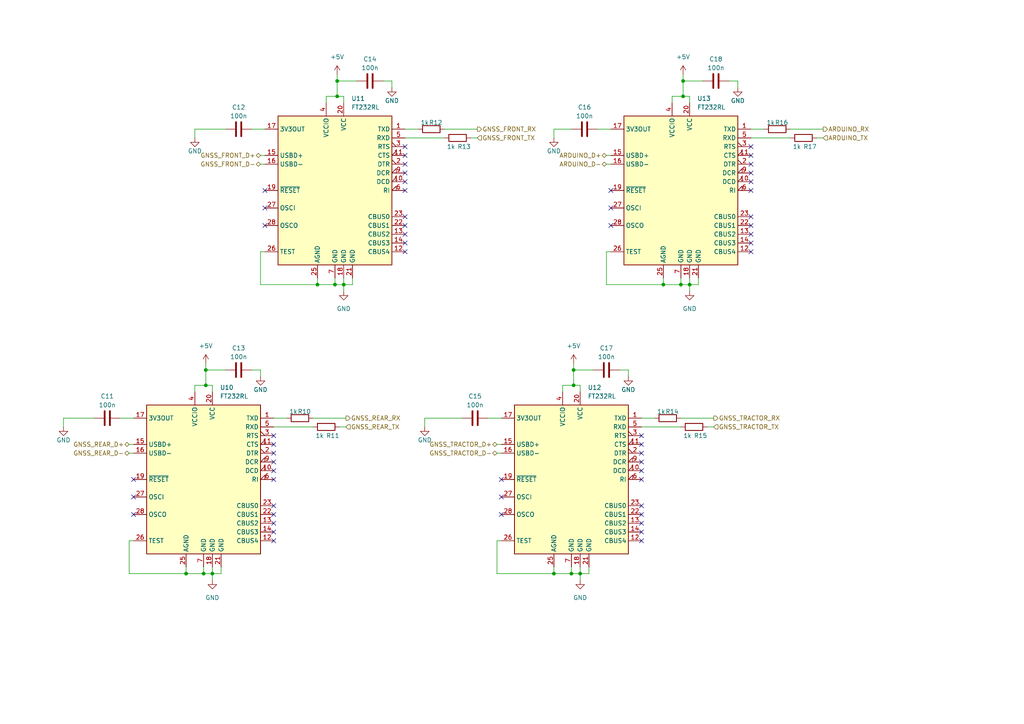
<source format=kicad_sch>
(kicad_sch (version 20230121) (generator eeschema)
  (paper "A4")
  (title_block (title "Tandem Leveller Controller") (date "2025-02-22") (rev "V1.0") (company "(C) andy@britishideas.com 2025") (comment 1 "For personal use only, no commercial use") (comment 2 "Provided as-is, no warranty express or implied. Use at your own risk"))
  (lib_symbols
    (symbol "Device:C" (pin_numbers hide) (pin_names (offset 0.254))
      (property "Reference" "C" (at 0.635 2.54 0))
      (property "Value" "C" (at 0.635 -2.54 0))
      (symbol "C_0_1"
        (polyline (pts (xy -2.032 -0.762) (xy 2.032 -0.762)) (stroke (width 0.508)))
        (polyline (pts (xy -2.032 0.762) (xy 2.032 0.762)) (stroke (width 0.508)))
      )
      (symbol "C_1_1"
        (pin passive line (at 0 3.81 270) (length 2.794) (name "~") (number "1"))
        (pin passive line (at 0 -3.81 90) (length 2.794) (name "~") (number "2"))
      )
    )
    (symbol "Device:R" (pin_numbers hide) (pin_names (offset 0))
      (property "Reference" "R" (at 2.032 0 90))
      (property "Value" "R" (at 0 0 90))
      (symbol "R_0_1"
        (rectangle (start -1.016 -2.54) (end 1.016 2.54) (stroke (width 0.254)))
      )
      (symbol "R_1_1"
        (pin passive line (at 0 3.81 270) (length 1.27) (name "~") (number "1"))
        (pin passive line (at 0 -3.81 90) (length 1.27) (name "~") (number "2"))
      )
    )
    (symbol "Interface_USB:FT232RL"
      (property "Reference" "U" (at -16.51 22.86 0))
      (property "Value" "FT232RL" (at 10.16 22.86 0))
      (symbol "FT232RL_0_1"
        (rectangle (start -16.51 21.59) (end 16.51 -21.59) (stroke (width 0.254)) (fill (type background)))
      )
      (symbol "FT232RL_1_1"
        (pin output line (at 20.32 17.78 180) (length 3.81) (name "TXD") (number "1"))
        (pin input input_low (at 20.32 2.54 180) (length 3.81) (name "DCD") (number "10"))
        (pin input input_low (at 20.32 10.16 180) (length 3.81) (name "CTS") (number "11"))
        (pin bidirectional line (at 20.32 -17.78 180) (length 3.81) (name "CBUS4") (number "12"))
        (pin bidirectional line (at 20.32 -12.7 180) (length 3.81) (name "CBUS2") (number "13"))
        (pin bidirectional line (at 20.32 -15.24 180) (length 3.81) (name "CBUS3") (number "14"))
        (pin bidirectional line (at -20.32 10.16 0) (length 3.81) (name "USBD+") (number "15"))
        (pin bidirectional line (at -20.32 7.62 0) (length 3.81) (name "USBD-") (number "16"))
        (pin power_out line (at -20.32 17.78 0) (length 3.81) (name "3V3OUT") (number "17"))
        (pin power_in line (at 2.54 -25.4 90) (length 3.81) (name "GND") (number "18"))
        (pin input line (at -20.32 0 0) (length 3.81) (name "~{RESET}") (number "19"))
        (pin output output_low (at 20.32 7.62 180) (length 3.81) (name "DTR") (number "2"))
        (pin power_in line (at 2.54 25.4 270) (length 3.81) (name "VCC") (number "20"))
        (pin power_in line (at 5.08 -25.4 90) (length 3.81) (name "GND") (number "21"))
        (pin bidirectional line (at 20.32 -10.16 180) (length 3.81) (name "CBUS1") (number "22"))
        (pin bidirectional line (at 20.32 -7.62 180) (length 3.81) (name "CBUS0") (number "23"))
        (pin power_in line (at -5.08 -25.4 90) (length 3.81) (name "AGND") (number "25"))
        (pin input line (at -20.32 -17.78 0) (length 3.81) (name "TEST") (number "26"))
        (pin input line (at -20.32 -5.08 0) (length 3.81) (name "OSCI") (number "27"))
        (pin output line (at -20.32 -10.16 0) (length 3.81) (name "OSCO") (number "28"))
        (pin output output_low (at 20.32 12.7 180) (length 3.81) (name "RTS") (number "3"))
        (pin power_in line (at -2.54 25.4 270) (length 3.81) (name "VCCIO") (number "4"))
        (pin input line (at 20.32 15.24 180) (length 3.81) (name "RXD") (number "5"))
        (pin input input_low (at 20.32 0 180) (length 3.81) (name "RI") (number "6"))
        (pin power_in line (at 0 -25.4 90) (length 3.81) (name "GND") (number "7"))
        (pin input input_low (at 20.32 5.08 180) (length 3.81) (name "DCR") (number "9"))
      )
    )
    (symbol "power:+5V" (power) (pin_names (offset 0))
      (property "Value" "+5V" (at 0 3.556 0))
      (symbol "+5V_0_1"
        (polyline (pts (xy -0.762 1.27) (xy 0 2.54)))
        (polyline (pts (xy 0 0) (xy 0 2.54)))
        (polyline (pts (xy 0 2.54) (xy 0.762 1.27)))
      )
      (symbol "+5V_1_1"
        (pin power_in line (at 0 0 90) (length 0) hide (name "+5V") (number "1"))
      )
    )
    (symbol "power:GND" (power) (pin_names (offset 0))
      (property "Value" "GND" (at 0 -3.81 0))
      (symbol "GND_0_1"
        (polyline (pts (xy 0 0) (xy 0 -1.27) (xy 1.27 -1.27) (xy 0 -2.54) (xy -1.27 -1.27) (xy 0 -1.27)))
      )
      (symbol "GND_1_1"
        (pin power_in line (at 0 0 270) (length 0) hide (name "GND") (number "1"))
      )
    )
  )
  (junction (at 197.485 82.55))
  (junction (at 99.695 82.55))
  (junction (at 166.37 111.76))
  (junction (at 198.12 23.495))
  (junction (at 59.69 107.315))
  (junction (at 59.69 111.76))
  (junction (at 97.79 27.94))
  (junction (at 192.405 82.55))
  (junction (at 168.275 166.37))
  (junction (at 97.155 82.55))
  (junction (at 61.595 166.37))
  (junction (at 92.075 82.55))
  (junction (at 160.655 166.37))
  (junction (at 165.735 166.37))
  (junction (at 200.025 82.55))
  (junction (at 53.975 166.37))
  (junction (at 59.055 166.37))
  (junction (at 198.12 27.94))
  (junction (at 166.37 107.315))
  (junction (at 97.79 23.495))
  (no_connect (at 38.735 139.065))
  (no_connect (at 217.805 73.025))
  (no_connect (at 217.805 45.085))
  (no_connect (at 186.055 126.365))
  (no_connect (at 117.475 67.945))
  (no_connect (at 186.055 156.845))
  (no_connect (at 186.055 128.905))
  (no_connect (at 117.475 52.705))
  (no_connect (at 79.375 126.365))
  (no_connect (at 217.805 42.545))
  (no_connect (at 79.375 151.765))
  (no_connect (at 117.475 47.625))
  (no_connect (at 79.375 128.905))
  (no_connect (at 145.415 149.225))
  (no_connect (at 217.805 62.865))
  (no_connect (at 186.055 131.445))
  (no_connect (at 177.165 55.245))
  (no_connect (at 186.055 151.765))
  (no_connect (at 145.415 139.065))
  (no_connect (at 117.475 50.165))
  (no_connect (at 76.835 65.405))
  (no_connect (at 117.475 42.545))
  (no_connect (at 186.055 133.985))
  (no_connect (at 217.805 50.165))
  (no_connect (at 38.735 149.225))
  (no_connect (at 145.415 144.145))
  (no_connect (at 79.375 131.445))
  (no_connect (at 117.475 55.245))
  (no_connect (at 76.835 55.245))
  (no_connect (at 217.805 70.485))
  (no_connect (at 79.375 146.685))
  (no_connect (at 217.805 67.945))
  (no_connect (at 79.375 154.305))
  (no_connect (at 177.165 60.325))
  (no_connect (at 117.475 45.085))
  (no_connect (at 117.475 65.405))
  (no_connect (at 38.735 144.145))
  (no_connect (at 117.475 62.865))
  (no_connect (at 79.375 136.525))
  (no_connect (at 186.055 139.065))
  (no_connect (at 117.475 73.025))
  (no_connect (at 186.055 146.685))
  (no_connect (at 177.165 65.405))
  (no_connect (at 79.375 149.225))
  (no_connect (at 79.375 156.845))
  (no_connect (at 117.475 70.485))
  (no_connect (at 186.055 136.525))
  (no_connect (at 217.805 65.405))
  (no_connect (at 217.805 55.245))
  (no_connect (at 79.375 133.985))
  (no_connect (at 76.835 60.325))
  (no_connect (at 79.375 139.065))
  (no_connect (at 217.805 52.705))
  (no_connect (at 217.805 47.625))
  (no_connect (at 186.055 154.305))
  (no_connect (at 186.055 149.225))
  (wire (pts (xy 160.655 166.37) (xy 165.735 166.37)))
  (wire (pts (xy 128.905 37.465) (xy 138.43 37.465)))
  (wire (pts (xy 75.565 82.55) (xy 92.075 82.55)))
  (wire (pts (xy 168.275 111.76) (xy 168.275 113.665)))
  (wire (pts (xy 94.615 27.94) (xy 97.79 27.94)))
  (wire (pts (xy 182.245 109.22) (xy 182.245 107.315)))
  (wire (pts (xy 73.025 37.465) (xy 76.835 37.465)))
  (wire (pts (xy 217.805 40.005) (xy 229.235 40.005)))
  (wire (pts (xy 102.235 82.55) (xy 99.695 82.55)))
  (wire (pts (xy 197.485 82.55) (xy 200.025 82.55)))
  (wire (pts (xy 38.735 156.845) (xy 37.465 156.845)))
  (wire (pts (xy 145.415 156.845) (xy 144.145 156.845)))
  (wire (pts (xy 198.12 27.94) (xy 200.025 27.94)))
  (wire (pts (xy 75.565 73.025) (xy 75.565 82.55)))
  (wire (pts (xy 102.235 80.645) (xy 102.235 82.55)))
  (wire (pts (xy 56.515 111.76) (xy 59.69 111.76)))
  (wire (pts (xy 160.655 37.465) (xy 165.735 37.465)))
  (wire (pts (xy 59.69 111.76) (xy 61.595 111.76)))
  (wire (pts (xy 200.025 82.55) (xy 200.025 84.455)))
  (wire (pts (xy 179.705 107.315) (xy 182.245 107.315)))
  (wire (pts (xy 37.465 156.845) (xy 37.465 166.37)))
  (wire (pts (xy 37.465 128.905) (xy 38.735 128.905)))
  (wire (pts (xy 61.595 164.465) (xy 61.595 166.37)))
  (wire (pts (xy 99.695 80.645) (xy 99.695 82.55)))
  (wire (pts (xy 53.975 166.37) (xy 59.055 166.37)))
  (wire (pts (xy 141.605 121.285) (xy 145.415 121.285)))
  (wire (pts (xy 111.125 23.495) (xy 113.665 23.495)))
  (wire (pts (xy 198.12 21.59) (xy 198.12 23.495)))
  (wire (pts (xy 75.565 47.625) (xy 76.835 47.625)))
  (wire (pts (xy 59.69 107.315) (xy 59.69 111.76)))
  (wire (pts (xy 79.375 123.825) (xy 90.805 123.825)))
  (wire (pts (xy 170.815 166.37) (xy 168.275 166.37)))
  (wire (pts (xy 160.655 40.005) (xy 160.655 37.465)))
  (wire (pts (xy 175.895 47.625) (xy 177.165 47.625)))
  (wire (pts (xy 186.055 123.825) (xy 197.485 123.825)))
  (wire (pts (xy 18.415 121.285) (xy 27.305 121.285)))
  (wire (pts (xy 94.615 29.845) (xy 94.615 27.94)))
  (wire (pts (xy 170.815 164.465) (xy 170.815 166.37)))
  (wire (pts (xy 53.975 164.465) (xy 53.975 166.37)))
  (wire (pts (xy 97.79 21.59) (xy 97.79 23.495)))
  (wire (pts (xy 99.695 82.55) (xy 99.695 84.455)))
  (wire (pts (xy 97.79 27.94) (xy 99.695 27.94)))
  (wire (pts (xy 73.025 107.315) (xy 75.565 107.315)))
  (wire (pts (xy 59.69 105.41) (xy 59.69 107.315)))
  (wire (pts (xy 163.195 111.76) (xy 166.37 111.76)))
  (wire (pts (xy 166.37 107.315) (xy 166.37 111.76)))
  (wire (pts (xy 192.405 82.55) (xy 197.485 82.55)))
  (wire (pts (xy 59.055 166.37) (xy 61.595 166.37)))
  (wire (pts (xy 56.515 37.465) (xy 65.405 37.465)))
  (wire (pts (xy 194.945 29.845) (xy 194.945 27.94)))
  (wire (pts (xy 37.465 166.37) (xy 53.975 166.37)))
  (wire (pts (xy 144.145 166.37) (xy 160.655 166.37)))
  (wire (pts (xy 192.405 80.645) (xy 192.405 82.55)))
  (wire (pts (xy 213.995 25.4) (xy 213.995 23.495)))
  (wire (pts (xy 98.425 123.825) (xy 100.33 123.825)))
  (wire (pts (xy 175.895 82.55) (xy 192.405 82.55)))
  (wire (pts (xy 92.075 82.55) (xy 97.155 82.55)))
  (wire (pts (xy 99.695 27.94) (xy 99.695 29.845)))
  (wire (pts (xy 200.025 27.94) (xy 200.025 29.845)))
  (wire (pts (xy 90.805 121.285) (xy 100.33 121.285)))
  (wire (pts (xy 97.155 82.55) (xy 99.695 82.55)))
  (wire (pts (xy 236.855 40.005) (xy 238.76 40.005)))
  (wire (pts (xy 123.19 121.285) (xy 133.985 121.285)))
  (wire (pts (xy 117.475 40.005) (xy 128.905 40.005)))
  (wire (pts (xy 217.805 37.465) (xy 221.615 37.465)))
  (wire (pts (xy 166.37 107.315) (xy 172.085 107.315)))
  (wire (pts (xy 177.165 73.025) (xy 175.895 73.025)))
  (wire (pts (xy 56.515 40.005) (xy 56.515 37.465)))
  (wire (pts (xy 61.595 166.37) (xy 61.595 168.275)))
  (wire (pts (xy 144.145 156.845) (xy 144.145 166.37)))
  (wire (pts (xy 166.37 111.76) (xy 168.275 111.76)))
  (wire (pts (xy 160.655 164.465) (xy 160.655 166.37)))
  (wire (pts (xy 136.525 40.005) (xy 138.43 40.005)))
  (wire (pts (xy 197.485 121.285) (xy 207.01 121.285)))
  (wire (pts (xy 173.355 37.465) (xy 177.165 37.465)))
  (wire (pts (xy 123.19 123.825) (xy 123.19 121.285)))
  (wire (pts (xy 205.105 123.825) (xy 207.01 123.825)))
  (wire (pts (xy 163.195 113.665) (xy 163.195 111.76)))
  (wire (pts (xy 165.735 166.37) (xy 168.275 166.37)))
  (wire (pts (xy 61.595 111.76) (xy 61.595 113.665)))
  (wire (pts (xy 168.275 164.465) (xy 168.275 166.37)))
  (wire (pts (xy 194.945 27.94) (xy 198.12 27.94)))
  (wire (pts (xy 64.135 166.37) (xy 61.595 166.37)))
  (wire (pts (xy 198.12 23.495) (xy 203.835 23.495)))
  (wire (pts (xy 113.665 25.4) (xy 113.665 23.495)))
  (wire (pts (xy 75.565 109.22) (xy 75.565 107.315)))
  (wire (pts (xy 144.145 131.445) (xy 145.415 131.445)))
  (wire (pts (xy 168.275 166.37) (xy 168.275 168.275)))
  (wire (pts (xy 97.155 80.645) (xy 97.155 82.55)))
  (wire (pts (xy 175.895 45.085) (xy 177.165 45.085)))
  (wire (pts (xy 198.12 23.495) (xy 198.12 27.94)))
  (wire (pts (xy 202.565 80.645) (xy 202.565 82.55)))
  (wire (pts (xy 37.465 131.445) (xy 38.735 131.445)))
  (wire (pts (xy 144.145 128.905) (xy 145.415 128.905)))
  (wire (pts (xy 64.135 164.465) (xy 64.135 166.37)))
  (wire (pts (xy 202.565 82.55) (xy 200.025 82.55)))
  (wire (pts (xy 175.895 73.025) (xy 175.895 82.55)))
  (wire (pts (xy 59.69 107.315) (xy 65.405 107.315)))
  (wire (pts (xy 97.79 23.495) (xy 103.505 23.495)))
  (wire (pts (xy 59.055 164.465) (xy 59.055 166.37)))
  (wire (pts (xy 197.485 80.645) (xy 197.485 82.55)))
  (wire (pts (xy 200.025 80.645) (xy 200.025 82.55)))
  (wire (pts (xy 79.375 121.285) (xy 83.185 121.285)))
  (wire (pts (xy 165.735 164.465) (xy 165.735 166.37)))
  (wire (pts (xy 211.455 23.495) (xy 213.995 23.495)))
  (wire (pts (xy 92.075 80.645) (xy 92.075 82.55)))
  (wire (pts (xy 97.79 23.495) (xy 97.79 27.94)))
  (wire (pts (xy 34.925 121.285) (xy 38.735 121.285)))
  (wire (pts (xy 186.055 121.285) (xy 189.865 121.285)))
  (wire (pts (xy 75.565 45.085) (xy 76.835 45.085)))
  (wire (pts (xy 229.235 37.465) (xy 238.76 37.465)))
  (wire (pts (xy 166.37 105.41) (xy 166.37 107.315)))
  (wire (pts (xy 76.835 73.025) (xy 75.565 73.025)))
  (wire (pts (xy 56.515 113.665) (xy 56.515 111.76)))
  (wire (pts (xy 117.475 37.465) (xy 121.285 37.465)))
  (wire (pts (xy 18.415 123.825) (xy 18.415 121.285)))
  (hierarchical_label "GNSS_REAR_RX" (shape output) (at 100.33 121.285 0))
  (hierarchical_label "GNSS_FRONT_D+" (shape bidirectional) (at 75.565 45.085 180))
  (hierarchical_label "GNSS_TRACTOR_TX" (shape input) (at 207.01 123.825 0))
  (hierarchical_label "GNSS_TRACTOR_D+" (shape bidirectional) (at 144.145 128.905 180))
  (hierarchical_label "GNSS_FRONT_D-" (shape bidirectional) (at 75.565 47.625 180))
  (hierarchical_label "ARDUINO_D-" (shape bidirectional) (at 175.895 47.625 180))
  (hierarchical_label "GNSS_FRONT_RX" (shape output) (at 138.43 37.465 0))
  (hierarchical_label "GNSS_FRONT_TX" (shape input) (at 138.43 40.005 0))
  (hierarchical_label "GNSS_TRACTOR_D-" (shape bidirectional) (at 144.145 131.445 180))
  (hierarchical_label "ARDUINO_D+" (shape bidirectional) (at 175.895 45.085 180))
  (hierarchical_label "ARDUINO_RX" (shape output) (at 238.76 37.465 0))
  (hierarchical_label "ARDUINO_TX" (shape input) (at 238.76 40.005 0))
  (hierarchical_label "GNSS_REAR_TX" (shape input) (at 100.33 123.825 0))
  (hierarchical_label "GNSS_REAR_D-" (shape bidirectional) (at 37.465 131.445 180))
  (hierarchical_label "GNSS_REAR_D+" (shape bidirectional) (at 37.465 128.905 180))
  (hierarchical_label "GNSS_TRACTOR_RX" (shape output) (at 207.01 121.285 0))
  (symbol (lib_id "Device:C") (at 107.315 23.495 90) (unit 1)
    (property "Reference" "C14" (at 107.315 17.145 90))
    (property "Value" "100n" (at 107.315 19.685 90))
    (property "Footprint" "Capacitor_SMD:C_0805_2012Metric" (effects hide))
  )
  (symbol (lib_id "power:GND") (at 75.565 109.22 0) (unit 1)
    (property "Reference" "#PWR037" (effects hide))
    (property "Value" "GND" (at 75.565 113.03 0))
  )
  (symbol (lib_id "power:GND") (at 200.025 84.455 0) (unit 1)
    (property "Reference" "#PWR047" (effects hide))
    (property "Value" "GND" (at 200.025 89.535 0))
  )
  (symbol (lib_id "Device:C") (at 137.795 121.285 90) (unit 1)
    (property "Reference" "C15" (at 137.795 114.935 90))
    (property "Value" "100n" (at 137.795 117.475 90))
    (property "Footprint" "Capacitor_SMD:C_0805_2012Metric" (effects hide))
  )
  (symbol (lib_id "Device:C") (at 175.895 107.315 90) (unit 1)
    (property "Reference" "C17" (at 175.895 100.965 90))
    (property "Value" "100n" (at 175.895 103.505 90))
    (property "Footprint" "Capacitor_SMD:C_0805_2012Metric" (effects hide))
  )
  (symbol (lib_id "Device:R") (at 233.045 40.005 90) (unit 1)
    (property "Reference" "R17" (at 234.95 42.545 90))
    (property "Value" "1k" (at 231.14 42.545 90))
    (property "Footprint" "Resistor_SMD:R_0805_2012Metric" (effects hide))
  )
  (symbol (lib_id "power:GND") (at 56.515 40.005 0) (unit 1)
    (property "Reference" "#PWR034" (effects hide))
    (property "Value" "GND" (at 56.515 43.815 0))
  )
  (symbol (lib_id "power:GND") (at 160.655 40.005 0) (unit 1)
    (property "Reference" "#PWR042" (effects hide))
    (property "Value" "GND" (at 160.655 43.815 0))
  )
  (symbol (lib_id "power:GND") (at 213.995 25.4 0) (unit 1)
    (property "Reference" "#PWR048" (effects hide))
    (property "Value" "GND" (at 213.995 29.21 0))
  )
  (symbol (lib_id "Interface_USB:FT232RL") (at 59.055 139.065 0) (unit 1)
    (property "Reference" "U10" (at 63.7891 112.395 0) (effects (justify left)))
    (property "Value" "FT232RL" (at 63.7891 114.935 0) (effects (justify left)))
    (property "Footprint" "Package_SO:SSOP-28_5.3x10.2mm_P0.65mm" (effects hide))
    (property "Datasheet" "https://www.ftdichip.com/Support/Documents/DataSheets/ICs/DS_FT232R.pdf" (effects hide))
  )
  (symbol (lib_id "Device:C") (at 169.545 37.465 90) (unit 1)
    (property "Reference" "C16" (at 169.545 31.115 90))
    (property "Value" "100n" (at 169.545 33.655 90))
    (property "Footprint" "Capacitor_SMD:C_0805_2012Metric" (effects hide))
  )
  (symbol (lib_id "power:GND") (at 61.595 168.275 0) (unit 1)
    (property "Reference" "#PWR036" (effects hide))
    (property "Value" "GND" (at 61.595 173.355 0))
  )
  (symbol (lib_id "power:+5V") (at 166.37 105.41 0) (unit 1)
    (property "Reference" "#PWR043" (effects hide))
    (property "Value" "+5V" (at 166.37 100.33 0))
  )
  (symbol (lib_id "Device:R") (at 201.295 123.825 90) (unit 1)
    (property "Reference" "R15" (at 203.2 126.365 90))
    (property "Value" "1k" (at 199.39 126.365 90))
    (property "Footprint" "Resistor_SMD:R_0805_2012Metric" (effects hide))
  )
  (symbol (lib_id "Device:C") (at 69.215 37.465 90) (unit 1)
    (property "Reference" "C12" (at 69.215 31.115 90))
    (property "Value" "100n" (at 69.215 33.655 90))
    (property "Footprint" "Capacitor_SMD:C_0805_2012Metric" (effects hide))
  )
  (symbol (lib_id "Device:R") (at 193.675 121.285 90) (unit 1)
    (property "Reference" "R14" (at 194.945 119.38 90))
    (property "Value" "1k" (at 191.77 119.38 90))
    (property "Footprint" "Resistor_SMD:R_0805_2012Metric" (effects hide))
  )
  (symbol (lib_id "Interface_USB:FT232RL") (at 165.735 139.065 0) (unit 1)
    (property "Reference" "U12" (at 170.4691 112.395 0) (effects (justify left)))
    (property "Value" "FT232RL" (at 170.4691 114.935 0) (effects (justify left)))
    (property "Footprint" "Package_SO:SSOP-28_5.3x10.2mm_P0.65mm" (effects hide))
    (property "Datasheet" "https://www.ftdichip.com/Support/Documents/DataSheets/ICs/DS_FT232R.pdf" (effects hide))
  )
  (symbol (lib_id "power:GND") (at 18.415 123.825 0) (unit 1)
    (property "Reference" "#PWR033" (effects hide))
    (property "Value" "GND" (at 18.415 127.635 0))
  )
  (symbol (lib_id "power:GND") (at 168.275 168.275 0) (unit 1)
    (property "Reference" "#PWR044" (effects hide))
    (property "Value" "GND" (at 168.275 173.355 0))
  )
  (symbol (lib_id "Device:R") (at 86.995 121.285 90) (unit 1)
    (property "Reference" "R10" (at 88.265 119.38 90))
    (property "Value" "1k" (at 85.09 119.38 90))
    (property "Footprint" "Resistor_SMD:R_0805_2012Metric" (effects hide))
  )
  (symbol (lib_id "power:GND") (at 99.695 84.455 0) (unit 1)
    (property "Reference" "#PWR039" (effects hide))
    (property "Value" "GND" (at 99.695 89.535 0))
  )
  (symbol (lib_id "Device:R") (at 132.715 40.005 90) (unit 1)
    (property "Reference" "R13" (at 134.62 42.545 90))
    (property "Value" "1k" (at 130.81 42.545 90))
    (property "Footprint" "Resistor_SMD:R_0805_2012Metric" (effects hide))
  )
  (symbol (lib_id "power:GND") (at 182.245 109.22 0) (unit 1)
    (property "Reference" "#PWR045" (effects hide))
    (property "Value" "GND" (at 182.245 113.03 0))
  )
  (symbol (lib_id "Device:R") (at 125.095 37.465 90) (unit 1)
    (property "Reference" "R12" (at 126.365 35.56 90))
    (property "Value" "1k" (at 123.19 35.56 90))
    (property "Footprint" "Resistor_SMD:R_0805_2012Metric" (effects hide))
  )
  (symbol (lib_id "power:+5V") (at 97.79 21.59 0) (unit 1)
    (property "Reference" "#PWR038" (effects hide))
    (property "Value" "+5V" (at 97.79 16.51 0))
  )
  (symbol (lib_id "power:+5V") (at 198.12 21.59 0) (unit 1)
    (property "Reference" "#PWR046" (effects hide))
    (property "Value" "+5V" (at 198.12 16.51 0))
  )
  (symbol (lib_id "Device:C") (at 69.215 107.315 90) (unit 1)
    (property "Reference" "C13" (at 69.215 100.965 90))
    (property "Value" "100n" (at 69.215 103.505 90))
    (property "Footprint" "Capacitor_SMD:C_0805_2012Metric" (effects hide))
  )
  (symbol (lib_id "Device:R") (at 94.615 123.825 90) (unit 1)
    (property "Reference" "R11" (at 96.52 126.365 90))
    (property "Value" "1k" (at 92.71 126.365 90))
    (property "Footprint" "Resistor_SMD:R_0805_2012Metric" (effects hide))
  )
  (symbol (lib_id "Interface_USB:FT232RL") (at 197.485 55.245 0) (unit 1)
    (property "Reference" "U13" (at 202.2191 28.575 0) (effects (justify left)))
    (property "Value" "FT232RL" (at 202.2191 31.115 0) (effects (justify left)))
    (property "Footprint" "Package_SO:SSOP-28_5.3x10.2mm_P0.65mm" (effects hide))
    (property "Datasheet" "https://www.ftdichip.com/Support/Documents/DataSheets/ICs/DS_FT232R.pdf" (effects hide))
  )
  (symbol (lib_id "Device:R") (at 225.425 37.465 90) (unit 1)
    (property "Reference" "R16" (at 226.695 35.56 90))
    (property "Value" "1k" (at 223.52 35.56 90))
    (property "Footprint" "Resistor_SMD:R_0805_2012Metric" (effects hide))
  )
  (symbol (lib_id "power:GND") (at 113.665 25.4 0) (unit 1)
    (property "Reference" "#PWR040" (effects hide))
    (property "Value" "GND" (at 113.665 29.21 0))
  )
  (symbol (lib_id "Interface_USB:FT232RL") (at 97.155 55.245 0) (unit 1)
    (property "Reference" "U11" (at 101.8891 28.575 0) (effects (justify left)))
    (property "Value" "FT232RL" (at 101.8891 31.115 0) (effects (justify left)))
    (property "Footprint" "Package_SO:SSOP-28_5.3x10.2mm_P0.65mm" (effects hide))
    (property "Datasheet" "https://www.ftdichip.com/Support/Documents/DataSheets/ICs/DS_FT232R.pdf" (effects hide))
  )
  (symbol (lib_id "power:GND") (at 123.19 123.825 0) (unit 1)
    (property "Reference" "#PWR041" (effects hide))
    (property "Value" "GND" (at 123.19 127.635 0))
  )
  (symbol (lib_id "power:+5V") (at 59.69 105.41 0) (unit 1)
    (property "Reference" "#PWR035" (effects hide))
    (property "Value" "+5V" (at 59.69 100.33 0))
  )
  (symbol (lib_id "Device:C") (at 207.645 23.495 90) (unit 1)
    (property "Reference" "C18" (at 207.645 17.145 90))
    (property "Value" "100n" (at 207.645 19.685 90))
    (property "Footprint" "Capacitor_SMD:C_0805_2012Metric" (effects hide))
  )
  (symbol (lib_id "Device:C") (at 31.115 121.285 90) (unit 1)
    (property "Reference" "C11" (at 31.115 114.935 90))
    (property "Value" "100n" (at 31.115 117.475 90))
    (property "Footprint" "Capacitor_SMD:C_0805_2012Metric" (effects hide))
  )
)
</source>
